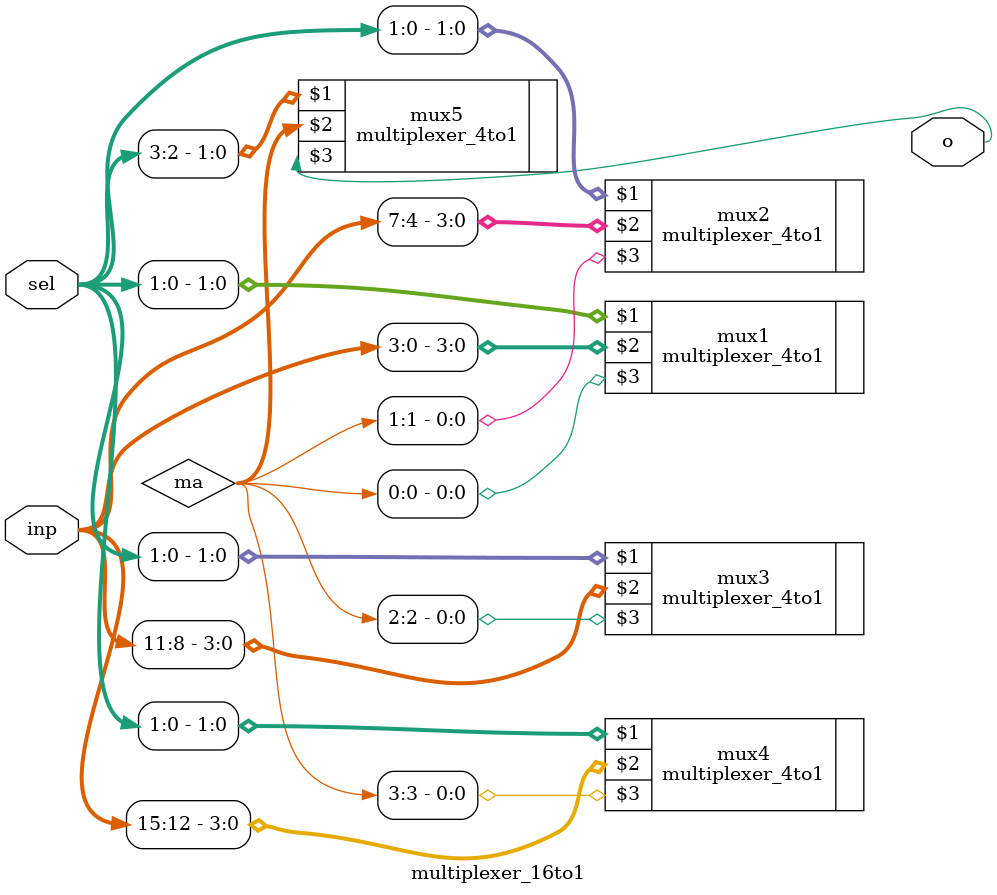
<source format=v>
`timescale 1ns / 1ps


module multiplexer_16to1(
input [15:0] inp,
input [3:0] sel,
output o);
wire [3:0] ma;
multiplexer_4to1 mux1(sel[1:0],inp[3:0],ma[0]);
multiplexer_4to1 mux2(sel[1:0],inp[7:4],ma[1]);
multiplexer_4to1 mux3(sel[1:0],inp[11:8],ma[2]);
multiplexer_4to1 mux4(sel[1:0],inp[15:12],ma[3]);
multiplexer_4to1 mux5(sel[3:2],ma,o);
endmodule

</source>
